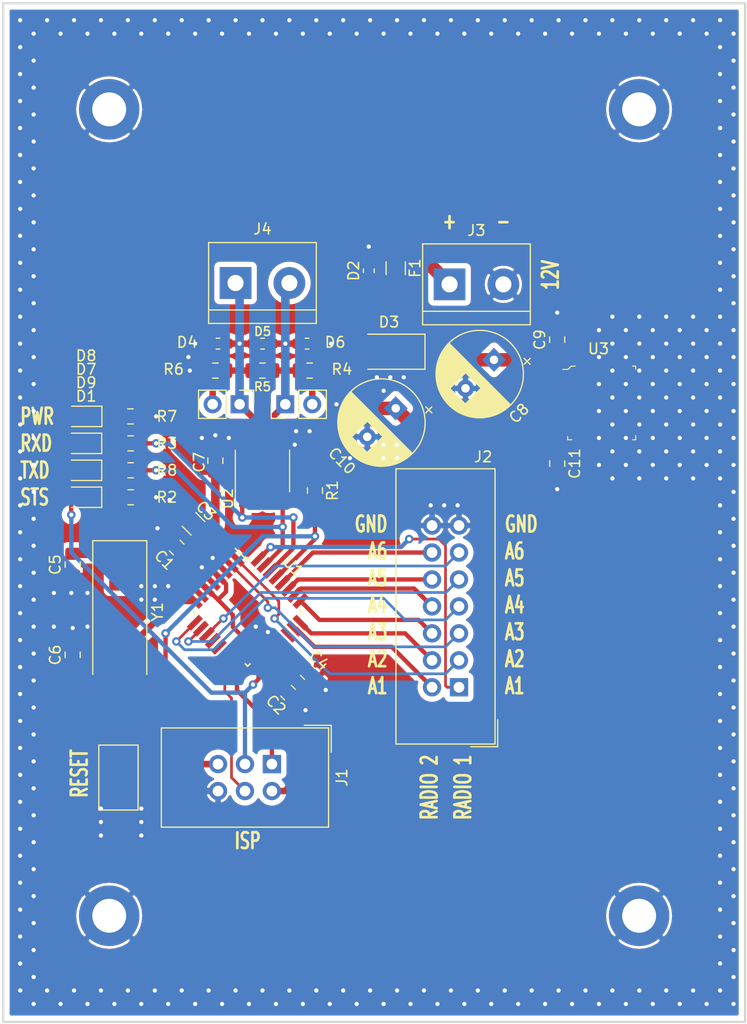
<source format=kicad_pcb>
(kicad_pcb (version 20211014) (generator pcbnew)
  (layers (0 "F.Cu" signal) (31 "B.Cu" signal) (34 "B.Paste" user) (35 "F.Paste" user) (36 "B.SilkS" user "B.Silkscreen") (37 "F.SilkS" user "F.Silkscreen") (38 "B.Mask" user) (39 "F.Mask" user) (44 "Edge.Cuts" user))
  (net 0 "")
  (net 1 "GND")
  (net 2 "+5V")
  (net 3 "Net-(C4-Pad2)")
  (net 4 "Net-(C5-Pad2)")
  (net 5 "Net-(C6-Pad2)")
  (net 6 "Net-(C8-Pad1)")
  (net 7 "Net-(D1-Pad1)")
  (net 8 "SCK")
  (net 9 "Net-(D2-Pad1)")
  (net 10 "RS485_B")
  (net 11 "RS485_A")
  (net 12 "Net-(D7-Pad1)")
  (net 13 "Net-(D8-Pad1)")
  (net 14 "Net-(D9-Pad1)")
  (net 15 "Net-(F1-Pad1)")
  (net 16 "MISO")
  (net 17 "MOSI")
  (net 18 "RESET")
  (net 19 "A1R1")
  (net 20 "A1R2")
  (net 21 "A2R1")
  (net 22 "A2R2")
  (net 23 "A3R1")
  (net 24 "A3R2")
  (net 25 "A4R1")
  (net 26 "A4R2")
  (net 27 "A5R1")
  (net 28 "A5R2")
  (net 29 "A6R1")
  (net 30 "A6R2")
  (net 31 "Net-(JP1-Pad2)")
  (net 32 "Net-(JP2-Pad2)")
  (net 33 "RXD")
  (net 34 "TXD")
  (net 35 "Net-(U1-Pad12)")
  (net 36 "Net-(U1-Pad13)")
  (net 37 "Net-(U1-Pad14)")
  (net 38 "Net-(U1-Pad19)")
  (net 39 "Net-(U1-Pad22)")
  (footprint "Capacitor_SMD:C_0805_2012Metric_Pad1.15x1.40mm_HandSolder" (layer "F.Cu") (at 116.369216 151.294216 135)
    (fp_text reference "C1")
    (fp_text value "100n")
  )
  (footprint "Capacitor_SMD:C_0805_2012Metric_Pad1.15x1.40mm_HandSolder" (layer "F.Cu") (at 126.873 164.973 -45)
    (fp_text reference "C2")
    (fp_text value "100n")
  )
  (footprint "Capacitor_SMD:C_1206_3216Metric_Pad1.42x1.75mm_HandSolder" (layer "F.Cu") (at 117.947179 149.062179 135)
    (fp_text reference "C3")
    (fp_text value "4.7u")
  )
  (footprint "Capacitor_SMD:C_0805_2012Metric_Pad1.15x1.40mm_HandSolder" (layer "F.Cu") (at 128.740784 163.030784 135)
    (fp_text reference "C4")
    (fp_text value "100n")
  )
  (footprint "Capacitor_SMD:C_0805_2012Metric_Pad1.15x1.40mm_HandSolder" (layer "F.Cu") (at 106.553 152.908 90)
    (fp_text reference "C5")
    (fp_text value "18p")
  )
  (footprint "Capacitor_SMD:C_0805_2012Metric_Pad1.15x1.40mm_HandSolder" (layer "F.Cu") (at 106.553 161.408 -90)
    (fp_text reference "C6")
    (fp_text value "18p")
  )
  (footprint "Capacitor_THT:CP_Radial_D8.0mm_P3.80mm" (layer "F.Cu") (at 146.304 133.604 -135)
    (fp_text reference "C8")
    (fp_text value "100u")
  )
  (footprint "Capacitor_SMD:C_0805_2012Metric_Pad1.15x1.40mm_HandSolder" (layer "F.Cu") (at 152.273 131.708 90)
    (fp_text reference "C9")
    (fp_text value "100n")
  )
  (footprint "Capacitor_THT:CP_Radial_D8.0mm_P3.80mm" (layer "F.Cu") (at 137.033 138.176 -135)
    (fp_text reference "C10")
    (fp_text value "100u")
  )
  (footprint "Capacitor_SMD:C_0805_2012Metric_Pad1.15x1.40mm_HandSolder" (layer "F.Cu") (at 152.273 143.383 -90)
    (fp_text reference "C11")
    (fp_text value "100n")
  )
  (footprint "LED_SMD:LED_0805_2012Metric_Pad1.15x1.40mm_HandSolder" (layer "F.Cu") (at 107.433 146.558 180)
    (fp_text reference "D1")
    (fp_text value "LED_Small")
  )
  (footprint "Resistor_SMD:R_0603_1608Metric_Pad1.05x0.95mm_HandSolder" (layer "F.Cu") (at 134.493 125.208 90)
    (fp_text reference "D2")
    (fp_text value "TESDU24V")
  )
  (footprint "Resistor_SMD:R_0603_1608Metric_Pad1.05x0.95mm_HandSolder" (layer "F.Cu") (at 120.255 132.08)
    (fp_text reference "D4")
    (fp_text value "TESDU24V")
  )
  (footprint "Resistor_SMD:R_0603_1608Metric_Pad1.05x0.95mm_HandSolder" (layer "F.Cu") (at 124.474 132.08)
    (fp_text reference "D5")
    (fp_text value "TESDU24V")
  )
  (footprint "Resistor_SMD:R_0603_1608Metric_Pad1.05x0.95mm_HandSolder" (layer "F.Cu") (at 128.665 132.08)
    (fp_text reference "D6")
    (fp_text value "TESDU24V")
  )
  (footprint "LED_SMD:LED_0805_2012Metric_Pad1.15x1.40mm_HandSolder" (layer "F.Cu") (at 107.433 141.478 180)
    (fp_text reference "D7")
    (fp_text value "LED_Small")
  )
  (footprint "LED_SMD:LED_0805_2012Metric_Pad1.15x1.40mm_HandSolder" (layer "F.Cu") (at 107.451 138.938 180)
    (fp_text reference "D8")
    (fp_text value "LED_Small")
  )
  (footprint "LED_SMD:LED_0805_2012Metric_Pad1.15x1.40mm_HandSolder" (layer "F.Cu") (at 107.433 144.018 180)
    (fp_text reference "D9")
    (fp_text value "LED_Small")
  )
  (footprint "Fuse:Fuse_1206_3216Metric_Pad1.42x1.75mm_HandSolder" (layer "F.Cu") (at 137.033 124.968 -90)
    (fp_text reference "F1")
    (fp_text value "0ZCJ0025AF2E")
  )
  (footprint "TerminalBlock:TerminalBlock_bornier-2_P5.08mm" (layer "F.Cu") (at 142.113 126.492)
    (fp_text reference "J3")
    (fp_text value "Conn_01x02")
  )
  (footprint "TerminalBlock:TerminalBlock_bornier-2_P5.08mm" (layer "F.Cu") (at 121.92 126.365)
    (fp_text reference "J4")
    (fp_text value "Conn_01x02")
  )
  (footprint "Connector_PinHeader_2.54mm:PinHeader_1x02_P2.54mm_Vertical" (layer "F.Cu") (at 126.619 137.795 90)
    (fp_text reference "JP1" hide)
    (fp_text value "Jumper_NC_Small")
  )
  (footprint "Resistor_SMD:R_0805_2012Metric_Pad1.15x1.40mm_HandSolder" (layer "F.Cu") (at 129.413 145.923 -90)
    (fp_text reference "R1")
    (fp_text value "1k")
  )
  (footprint "Resistor_SMD:R_0805_2012Metric_Pad1.15x1.40mm_HandSolder" (layer "F.Cu") (at 112.023 146.558)
    (fp_text reference "R2")
    (fp_text value "2.2k")
  )
  (footprint "Resistor_SMD:R_0805_2012Metric_Pad1.15x1.40mm_HandSolder" (layer "F.Cu") (at 112.023 141.478)
    (fp_text reference "R3")
    (fp_text value "2.2k")
  )
  (footprint "Resistor_SMD:R_0805_2012Metric_Pad1.15x1.40mm_HandSolder" (layer "F.Cu") (at 128.914 134.62 180)
    (fp_text reference "R4")
    (fp_text value "1k")
  )
  (footprint "Resistor_SMD:R_0805_2012Metric_Pad1.15x1.40mm_HandSolder" (layer "F.Cu") (at 124.451 134.62 180)
    (fp_text reference "R5")
    (fp_text value "120")
  )
  (footprint "Resistor_SMD:R_0805_2012Metric_Pad1.15x1.40mm_HandSolder" (layer "F.Cu") (at 120.015 134.62 180)
    (fp_text reference "R6")
    (fp_text value "1k")
  )
  (footprint "Resistor_SMD:R_0805_2012Metric_Pad1.15x1.40mm_HandSolder" (layer "F.Cu") (at 112.005 138.938)
    (fp_text reference "R7")
    (fp_text value "2.2k")
  )
  (footprint "Resistor_SMD:R_0805_2012Metric_Pad1.15x1.40mm_HandSolder" (layer "F.Cu") (at 112.023 144.018)
    (fp_text reference "R8")
    (fp_text value "2.2k")
  )
  (footprint "Package_QFP:TQFP-32_7x7mm_P0.8mm" (layer "F.Cu") (at 123.063 157.353 -45)
    (fp_text reference "U1")
    (fp_text value "ATmega328P-AU")
  )
  (footprint "Package_SO:SOIC-8_3.9x4.9mm_P1.27mm" (layer "F.Cu") (at 124.46 144.08 90)
    (fp_text reference "U2")
    (fp_text value "MAX13487")
  )
  (footprint "digikey-footprints:TO-252-3" (layer "F.Cu") (at 156.168 137.668)
    (fp_text reference "U3")
    (fp_text value "MC7805BDTRKG")
  )
  (footprint "MountingHole:MountingHole_3.2mm_M3_ISO7380_Pad" (layer "F.Cu") (at 110 110)
    (fp_text reference "REF**" hide)
    (fp_text value "MountingHole_3.2mm_M3_ISO7380_Pad" hide)
  )
  (footprint "MountingHole:MountingHole_3.2mm_M3_ISO7380_Pad" (layer "F.Cu") (at 110 186)
    (fp_text reference "REF**" hide)
    (fp_text value "MountingHole_3.2mm_M3_ISO7380_Pad" hide)
  )
  (footprint "Crystal:Crystal_SMD_HC49-SD" (layer "F.Cu") (at 110.998 157.353 -90)
    (fp_text reference "Y1")
    (fp_text value "16M")
  )
  (footprint "Capacitor_SMD:C_0805_2012Metric_Pad1.15x1.40mm_HandSolder" (layer "F.Cu") (at 120.015 143.12 -90)
    (fp_text reference "C7")
    (fp_text value "100n")
  )
  (footprint "Connector_PinHeader_2.54mm:PinHeader_1x02_P2.54mm_Vertical" (layer "F.Cu") (at 122.301 137.795 -90)
    (fp_text reference "JP2" hide)
    (fp_text value "Jumper_NC_Small")
  )
  (footprint "Button_Switch_SMD:SW_SPST_CK_RS282G05A3" (layer "F.Cu") (at 110.871 172.974 90)
    (fp_text reference "SW1" hide)
    (fp_text value "SW_Push")
  )
  (footprint "Connector_IDC:IDC-Header_2x07_P2.54mm_Vertical" (layer "F.Cu") (at 143.002 164.465 180)
    (fp_text reference "J2")
    (fp_text value "Conn_02x07_Odd_Even")
  )
  (footprint "Connector_IDC:IDC-Header_2x03_P2.54mm_Vertical" (layer "F.Cu") (at 125.349 171.704 -90)
    (fp_text reference "J1")
    (fp_text value "AVR-ISP-6")
  )
  (footprint "Diode_SMD:D_SMA" (layer "F.Cu") (at 136.398 132.842 180)
    (fp_text reference "D3")
    (fp_text value "ER1B")
  )
  (footprint "MountingHole:MountingHole_3.2mm_M3_ISO7380_Pad" (layer "F.Cu") (at 160 110)
    (fp_text reference "REF**" hide)
    (fp_text value "MountingHole_3.2mm_M3_ISO7380_Pad" hide)
  )
  (footprint "MountingHole:MountingHole_3.2mm_M3_ISO7380_Pad" (layer "F.Cu") (at 160 186)
    (fp_text reference "REF**" hide)
    (fp_text value "MountingHole_3.2mm_M3_ISO7380_Pad" hide)
  )
  (gr_line (start 100 100) (end 170 100) (layer "Edge.Cuts") (width 0.2))
  (gr_line (start 170 100) (end 170 196) (layer "Edge.Cuts") (width 0.2))
  (gr_line (start 100 100) (end 100 196) (layer "Edge.Cuts") (width 0.2))
  (gr_line (start 100 196) (end 170 196) (layer "Edge.Cuts") (width 0.2))
  (gr_text "GND" (at 136.398 149.098) (layer "F.SilkS") (effects (font (size 1.5 1) (thickness 0.25)) (justify right)))
  (gr_text "A5" (at 147.193 154.178) (layer "F.SilkS") (effects (font (size 1.5 1) (thickness 0.25)) (justify left)))
  (gr_text "A6" (at 147.193 151.638) (layer "F.SilkS") (effects (font (size 1.5 1) (thickness 0.25)) (justify left)))
  (gr_text "A4" (at 147.193 156.718) (layer "F.SilkS") (effects (font (size 1.5 1) (thickness 0.25)) (justify left)))
  (gr_text "A3" (at 147.193 159.258) (layer "F.SilkS") (effects (font (size 1.5 1) (thickness 0.25)) (justify left)))
  (gr_text "A1" (at 147.193 164.338) (layer "F.SilkS") (effects (font (size 1.5 1) (thickness 0.25)) (justify left)))
  (gr_text "GND" (at 147.193 149.098) (layer "F.SilkS") (effects (font (size 1.5 1) (thickness 0.25)) (justify left)))
  (gr_text "A2" (at 147.193 161.798) (layer "F.SilkS") (effects (font (size 1.5 1) (thickness 0.25)) (justify left)))
  (gr_text "RESET" (at 107.188 172.593 90) (layer "F.SilkS") (effects (font (size 1.5 1) (thickness 0.25))))
  (gr_text "-" (at 147.193 120.523) (layer "F.SilkS") (effects (font (size 1.5 1) (thickness 0.25))))
  (gr_text "12V" (at 151.638 125.603 90) (layer "F.SilkS") (effects (font (size 1.5 1) (thickness 0.25))))
  (gr_text "RXD" (at 101.473 141.478) (layer "F.SilkS") (effects (font (size 1.5 1) (thickness 0.25)) (justify left)))
  (gr_text "+" (at 142.113 120.523) (layer "F.SilkS") (effects (font (size 1.5 1) (thickness 0.25))))
  (gr_text "A1" (at 136.398 164.338) (layer "F.SilkS") (effects (font (size 1.5 1) (thickness 0.25)) (justify right)))
  (gr_text "A5" (at 136.398 154.178) (layer "F.SilkS") (effects (font (size 1.5 1) (thickness 0.25)) (justify right)))
  (gr_text "A3" (at 136.398 159.258) (layer "F.SilkS") (effects (font (size 1.5 1) (thickness 0.25)) (justify right)))
  (gr_text "ISP" (at 123.063 178.943) (layer "F.SilkS") (effects (font (size 1.5 1) (thickness 0.25))))
  (gr_text "TXD" (at 101.473 144.018) (layer "F.SilkS") (effects (font (size 1.5 1) (thickness 0.25)) (justify left)))
  (gr_text "STS" (at 101.473 146.558) (layer "F.SilkS") (effects (font (size 1.5 1) (thickness 0.25)) (justify left)))
  (gr_text "A6" (at 136.398 151.638) (layer "F.SilkS") (effects (font (size 1.5 1) (thickness 0.25)) (justify right)))
  (gr_text "A2" (at 136.398 161.798) (layer "F.SilkS") (effects (font (size 1.5 1) (thickness 0.25)) (justify right)))
  (gr_text "A4" (at 136.398 156.718) (layer "F.SilkS") (effects (font (size 1.5 1) (thickness 0.25)) (justify right)))
  (gr_text "RADIO 2" (at 140.208 170.688 90) (layer "F.SilkS") (effects (font (size 1.5 1) (thickness 0.25)) (justify right)))
  (gr_text "PWR" (at 101.473 138.938) (layer "F.SilkS") (effects (font (size 1.5 1) (thickness 0.25)) (justify left)))
  (gr_text "RADIO 1" (at 143.383 170.688 90) (layer "F.SilkS") (effects (font (size 1.5 1) (thickness 0.25)) (justify right)))
  (segment (start 112.1414 174.244) (end 110.871 175.5144) (width 0.6096) (layer "F.Cu") (net 1))
  (segment (start 116.895358 148.010358) (end 115.697 146.812) (width 0.6096) (layer "F.Cu") (net 1))
  (segment (start 129.465568 163.755568) (end 130.429 164.719) (width 0.6096) (layer "F.Cu") (net 1))
  (segment (start 127.597784 165.697784) (end 128.524 166.624) (width 0.6096) (layer "F.Cu") (net 1))
  (segment (start 129.54 132.08) (end 130.937 132.08) (width 0.6096) (layer "F.Cu") (net 1))
  (segment (start 120.015 142.095) (end 120.015 140.716) (width 0.6096) (layer "F.Cu") (net 1))
  (segment (start 120.906324 153.418324) (end 119.761 152.273) (width 0.4064) (layer "F.Cu") (net 1))
  (segment (start 106.553 160.383) (end 106.553 158.877) (width 0.8128) (layer "F.Cu") (net 1))
  (segment (start 115.644432 150.569432) (end 114.554 149.479) (width 0.6096) (layer "F.Cu") (net 1))
  (segment (start 128.524 166.624) (end 128.523996 166.624) (width 0.6096) (layer "F.Cu") (net 1))
  (segment (start 120.269 174.244) (end 112.1414 174.244) (width 0.6096) (layer "F.Cu") (net 1))
  (segment (start 106.553 153.933) (end 106.553 155.448) (width 0.8128) (layer "F.Cu") (net 1))
  (segment (start 113.03 138.938) (end 114.427 138.938) (width 0.6096) (layer "F.Cu") (net 1))
  (segment (start 134.493 124.333) (end 134.493 122.936) (width 0.6096) (layer "F.Cu") (net 1))
  (segment (start 126.365 141.605) (end 127.508 141.605) (width 0.6096) (layer "F.Cu") (net 1))
  (segment (start 110.871 175.5144) (end 110.871 176.874) (width 0.6096) (layer "F.Cu") (net 1))
  (segment (start 126.351047 160.075361) (end 125.533685 159.258) (width 0.4064) (layer "F.Cu") (net 1))
  (segment (start 152.273 144.408) (end 152.273 145.796) (width 0.8128) (layer "F.Cu") (net 1))
  (segment (start 106.553 155.448) (end 106.427282 155.573718) (width 0.8128) (layer "F.Cu") (net 1))
  (segment (start 120.906324 153.499268) (end 120.906324 153.418324) (width 0.4064) (layer "F.Cu") (net 1))
  (segment (start 125.533685 159.258) (end 124.968 159.258) (width 0.4064) (layer "F.Cu") (net 1))
  (segment (start 119.774953 154.630639) (end 119.832639 154.630639) (width 0.4064) (layer "F.Cu") (net 1))
  (segment (start 118.99 134.62) (end 117.602004 134.62) (width 0.4064) (layer "F.Cu") (net 1))
  (segment (start 152.273 130.683) (end 152.273 129.159) (width 0.8128) (layer "F.Cu") (net 1))
  (segment (start 113.048 146.558) (end 114.427 146.558) (width 0.6096) (layer "F.Cu") (net 1))
  (segment (start 119.774953 154.630639) (end 118.745 153.600686) (width 0.4064) (layer "F.Cu") (net 1))
  (segment (start 119.38 132.08) (end 118.11001 132.08) (width 0.4064) (layer "F.Cu") (net 1))
  (segment (start 118.745 153.600686) (end 118.745 153.162) (width 0.4064) (layer "F.Cu") (net 1))
  (via (at 168.91 113.03) (size 0.8) (drill 0.4) (layers "F.Cu" "B.Cu") (net 1))
  (via (at 133.35 102.87) (size 0.8) (drill 0.4) (layers "F.Cu" "B.Cu") (net 1))
  (via (at 115.57 194.31) (size 0.8) (drill 0.4) (layers "F.Cu" "B.Cu") (net 1))
  (via (at 165.1 129.54) (size 0.8) (drill 0.4) (layers "F.Cu" "B.Cu") (net 1))
  (via (at 102.87 184.15) (size 0.8) (drill 0.4) (layers "F.Cu" "B.Cu") (net 1))
  (via (at 123.19 194.31) (size 0.8) (drill 0.4) (layers "F.Cu" "B.Cu") (net 1))
  (via (at 128.905 140.335) (size 0.8) (drill 0.4) (layers "F.Cu" "B.Cu") (net 1))
  (via (at 139.7 101.6) (size 0.8) (drill 0.4) (layers "F.Cu" "B.Cu") (net 1))
  (via (at 165.1 142.24) (size 0.8) (drill 0.4) (layers "F.Cu" "B.Cu") (net 1))
  (via (at 168.91 110.49) (size 0.8) (drill 0.4) (layers "F.Cu" "B.Cu") (net 1))
  (via (at 157.48 137.16) (size 0.8) (drill 0.4) (layers "F.Cu" "B.Cu") (net 1))
  (via (at 141.605 147.32) (size 0.8) (drill 0.4) (layers "F.Cu" "B.Cu") (net 1))
  (via (at 101.6 124.46) (size 0.8) (drill 0.4) (layers "F.Cu" "B.Cu") (net 1))
  (via (at 168.91 153.67) (size 0.8) (drill 0.4) (layers "F.Cu" "B.Cu") (net 1))
  (via (at 167.64 109.22) (size 0.8) (drill 0.4) (layers "F.Cu" "B.Cu") (net 1))
  (via (at 161.29 143.51) (size 0.8) (drill 0.4) (layers "F.Cu" "B.Cu") (net 1))
  (via (at 157.48 101.6) (size 0.8) (drill 0.4) (layers "F.Cu" "B.Cu") (net 1))
  (via (at 167.64 162.56) (size 0.8) (drill 0.4) (layers "F.Cu" "B.Cu") (net 1))
  (via (at 152.4 101.6) (size 0.8) (drill 0.4) (layers "F.Cu" "B.Cu") (net 1))
  (via (at 168.91 186.69) (size 0.8) (drill 0.4) (layers "F.Cu" "B.Cu") (net 1))
  (via (at 144.78 193.04) (size 0.8) (drill 0.4) (layers "F.Cu" "B.Cu") (net 1))
  (via (at 158.75 102.87) (size 0.8) (drill 0.4) (layers "F.Cu" "B.Cu") (net 1))
  (via (at 109.22 178.435) (size 0.8) (drill 0.4) (layers "F.Cu" "B.Cu") (net 1))
  (via (at 146.05 194.31) (size 0.8) (drill 0.4) (layers "F.Cu" "B.Cu") (net 1))
  (via (at 115.57 154.94) (size 0.8) (drill 0.4) (layers "F.Cu" "B.Cu") (net 1))
  (via (at 118.11 194.31) (size 0.8) (drill 0.4) (layers "F.Cu" "B.Cu") (net 1))
  (via (at 102.87 146.05) (size 0.8) (drill 0.4) (layers "F.Cu" "B.Cu") (net 1))
  (via (at 167.64 132.08) (size 0.8) (drill 0.4) (layers "F.Cu" "B.Cu") (net 1))
  (via (at 166.37 143.51) (size 0.8) (drill 0.4) (layers "F.Cu" "B.Cu") (net 1))
  (via (at 157.48 132.08) (size 0.8) (drill 0.4) (layers "F.Cu" "B.Cu") (net 1))
  (via (at 102.87 168.91) (size 0.8) (drill 0.4) (layers "F.Cu" "B.Cu") (net 1))
  (via (at 162.56 144.78) (size 0.8) (drill 0.4) (layers "F.Cu" "B.Cu") (net 1))
  (via (at 167.64 104.14) (size 0.8) (drill 0.4) (layers "F.Cu" "B.Cu") (net 1))
  (via (at 156.21 102.87) (size 0.8) (drill 0.4) (layers "F.Cu" "B.Cu") (net 1))
  (via (at 102.87 107.95) (size 0.8) (drill 0.4) (layers "F.Cu" "B.Cu") (net 1))
  (via (at 168.91 118.11) (size 0.8) (drill 0.4) (layers "F.Cu" "B.Cu") (net 1))
  (via (at 119.38 193.04) (size 0.8) (drill 0.4) (layers "F.Cu" "B.Cu") (net 1))
  (via (at 163.83 143.51) (size 0.8) (drill 0.4) (layers "F.Cu" "B.Cu") (net 1))
  (via (at 168.91 171.45) (size 0.8) (drill 0.4) (layers "F.Cu" "B.Cu") (net 1))
  (via (at 157.48 129.54) (size 0.8) (drill 0.4) (layers "F.Cu" "B.Cu") (net 1))
  (via (at 113.03 102.87) (size 0.8) (drill 0.4) (layers "F.Cu" "B.Cu") (net 1))
  (via (at 167.64 114.3) (size 0.8) (drill 0.4) (layers "F.Cu" "B.Cu") (net 1))
  (via (at 101.6 139.7) (size 0.8) (drill 0.4) (layers "F.Cu" "B.Cu") (net 1))
  (via (at 140.335 147.32) (size 0.8) (drill 0.4) (layers "F.Cu" "B.Cu") (net 1))
  (via (at 137.16 142.875) (size 0.8) (drill 0.4) (layers "F.Cu" "B.Cu") (net 1))
  (via (at 102.87 158.75) (size 0.8) (drill 0.4) (layers "F.Cu" "B.Cu") (net 1))
  (via (at 102.87 128.27) (size 0.8) (drill 0.4) (layers "F.Cu" "B.Cu") (net 1))
  (via (at 142.24 193.04) (size 0.8) (drill 0.4) (layers "F.Cu" "B.Cu") (net 1))
  (via (at 109.22 177.165) (size 0.8) (drill 0.4) (layers "F.Cu" "B.Cu") (net 1))
  (via (at 167.64 127) (size 0.8) (drill 0.4) (layers "F.Cu" "B.Cu") (net 1))
  (via (at 168.91 166.37) (size 0.8) (drill 0.4) (layers "F.Cu" "B.Cu") (net 1))
  (via (at 101.6 106.68) (size 0.8) (drill 0.4) (layers "F.Cu" "B.Cu") (net 1))
  (via (at 107.95 155.575) (size 0.8) (drill 0.4) (layers "F.Cu" "B.Cu") (net 1))
  (via (at 160.02 193.04) (size 0.8) (drill 0.4) (layers "F.Cu" "B.Cu") (net 1))
  (via (at 106.427282 155.573718) (size 0.8) (drill 0.4) (layers "F.Cu" "B.Cu") (net 1))
  (via (at 110.49 102.87) (size 0.8) (drill 0.4) (layers "F.Cu" "B.Cu") (net 1))
  (via (at 168.91 123.19) (size 0.8) (drill 0.4) (layers "F.Cu" "B.Cu") (net 1))
  (via (at 158.75 130.81) (size 0.8) (drill 0.4) (layers "F.Cu" "B.Cu") (net 1))
  (via (at 168.91 173.99) (size 0.8) (drill 0.4) (layers "F.Cu" "B.Cu") (net 1))
  (via (at 154.94 101.6) (size 0.8) (drill 0.4) (layers "F.Cu" "B.Cu") (net 1))
  (via (at 101.6 154.94) (size 0.8) (drill 0.4) (layers "F.Cu" "B.Cu") (net 1))
  (via (at 163.83 194.31) (size 0.8) (drill 0.4) (layers "F.Cu" "B.Cu") (net 1))
  (via (at 148.59 102.87) (size 0.8) (drill 0.4) (layers "F.Cu" "B.Cu") (net 1))
  (via (at 133.35 194.31) (size 0.8) (drill 0.4) (layers "F.Cu" "B.Cu") (net 1))
  (via (at 102.87 140.97) (size 0.8) (drill 0.4) (layers "F.Cu" "B.Cu") (net 1))
  (via (at 168.91 156.21) (size 0.8) (drill 0.4) (layers "F.Cu" "B.Cu") (net 1))
  (via (at 152.4 193.04) (size 0.8) (drill 0.4) (layers "F.Cu" "B.Cu") (net 1))
  (via (at 138.43 102.87) (size 0.8) (drill 0.4) (layers "F.Cu" "B.Cu") (net 1))
  (via (at 147.32 193.04) (size 0.8) (drill 0.4) (layers "F.Cu" "B.Cu") (net 1))
  (via (at 131.445 137.795) (size 0.8) (drill 0.4) (layers "F.Cu" "B.Cu") (net 1))
  (via (at 165.1 139.7) (size 0.8) (drill 0.4) (layers "F.Cu" "B.Cu") (net 1))
  (via (at 102.87 163.83) (size 0.8) (drill 0.4) (layers "F.Cu" "B.Cu") (net 1))
  (via (at 106.68 101.6) (size 0.8) (drill 0.4) (layers "F.Cu" "B.Cu") (net 1))
  (via (at 168.91 194.31) (size 0.8) (drill 0.4) (layers "F.Cu" "B.Cu") (net 1))
  (via (at 101.6 109.22) (size 0.8) (drill 0.4) (layers "F.Cu" "B.Cu") (net 1))
  (via (at 120.65 102.87) (size 0.8) (drill 0.4) (layers "F.Cu" "B.Cu") (net 1))
  (via (at 101.6 180.34) (size 0.8) (drill 0.4) (layers "F.Cu" "B.Cu") (net 1))
  (via (at 157.48 193.04) (size 0.8) (drill 0.4) (layers "F.Cu" "B.Cu") (net 1))
  (via (at 124.968 159.258) (size 0.8) (drill 0.4) (layers "F.Cu" "B.Cu") (net 1))
  (via (at 167.64 157.48) (size 0.8) (drill 0.4) (layers "F.Cu" "B.Cu") (net 1))
  (via (at 156.21 135.89) (size 0.8) (drill 0.4) (layers "F.Cu" "B.Cu") (net 1))
  (via (at 102.87 166.37) (size 0.8) (drill 0.4) (layers "F.Cu" "B.Cu") (net 1))
  (via (at 105.41 102.87) (size 0.8) (drill 0.4) (layers "F.Cu" "B.Cu") (net 1))
  (via (at 160.02 142.24) (size 0.8) (drill 0.4) (layers "F.Cu" "B.Cu") (net 1))
  (via (at 117.475 133.35) (size 0.8) (drill 0.4) (layers "F.Cu" "B.Cu") (net 1))
  (via (at 102.87 115.57) (size 0.8) (drill 0.4) (layers "F.Cu" "B.Cu") (net 1))
  (via (at 156.21 143.51) (size 0.8) (drill 0.4) (layers "F.Cu" "B.Cu") (net 1))
  (via (at 114.3 156.21) (size 0.8) (drill 0.4) (layers "F.Cu" "B.Cu") (net 1))
  (via (at 117.602004 134.62) (size 0.8) (drill 0.4) (layers "F.Cu" "B.Cu") (net 1))
  (via (at 139.7 193.04) (size 0.8) (drill 0.4) (layers "F.Cu" "B.Cu") (net 1))
  (via (at 104.775 155.575) (size 0.8) (drill 0.4) (layers "F.Cu" "B.Cu") (net 1))
  (via (at 127 101.6) (size 0.8) (drill 0.4) (layers "F.Cu" "B.Cu") (net 1))
  (via (at 101.6 177.8) (size 0.8) (drill 0.4) (layers "F.Cu" "B.Cu") (net 1))
  (via (at 160.02 137.16) (size 0.8) (drill 0.4) (layers "F.Cu" "B.Cu") (net 1))
  (via (at 168.91 140.97) (size 0.8) (drill 0.4) (layers "F.Cu" "B.Cu") (net 1))
  (via (at 158.75 135.89) (size 0.8) (drill 0.4) (layers "F.Cu" "B.Cu") (net 1))
  (via (at 102.87 113.03) (size 0.8) (drill 0.4) (layers "F.Cu" "B.Cu") (net 1))
  (via (at 102.87 143.51) (size 0.8) (drill 0.4) (layers "F.Cu" "B.Cu") (net 1))
  (via (at 137.16 101.6) (size 0.8) (drill 0.4) (layers "F.Cu" "B.Cu") (net 1))
  (via (at 158.75 133.35) (size 0.8) (drill 0.4) (layers "F.Cu" "B.Cu") (net 1))
  (via (at 162.56 134.62) (size 0.8) (drill 0.4) (layers "F.Cu" "B.Cu") (net 1))
  (via (at 102.87 110.49) (size 0.8) (drill 0.4) (layers "F.Cu" "B.Cu") (net 1))
  (via (at 101.6 142.24) (size 0.8) (drill 0.4) (layers "F.Cu" "B.Cu") (net 1))
  (via (at 167.64 160.02) (size 0.8) (drill 0.4) (layers "F.Cu" "B.Cu") (net 1))
  (via (at 156.21 133.35) (size 0.8) (drill 0.4) (layers "F.Cu" "B.Cu") (net 1))
  (via (at 113.03 156.21) (size 0.8) (drill 0.4) (layers "F.Cu" "B.Cu") (net 1))
  (via (at 167.64 177.8) (size 0.8) (drill 0.4) (layers "F.Cu" "B.Cu") (net 1))
  (via (at 128.27 194.31) (size 0.8) (drill 0.4) (layers "F.Cu" "B.Cu") (net 1))
  (via (at 166.37 135.89) (size 0.8) (drill 0.4) (layers "F.Cu" "B.Cu") (net 1))
  (via (at 156.21 140.97) (size 0.8) (drill 0.4) (layers "F.Cu" "B.Cu") (net 1))
  (via (at 102.87 189.23) (size 0.8) (drill 0.4) (layers "F.Cu" "B.Cu") (net 1))
  (via (at 168.91 133.35) (size 0.8) (drill 0.4) (layers "F.Cu" "B.Cu") (net 1))
  (via (at 101.6 129.54) (size 0.8) (drill 0.4) (layers "F.Cu" "B.Cu") (net 1))
  (via (at 102.87 102.87) (size 0.8) (drill 0.4) (layers "F.Cu" "B.Cu") (net 1))
  (via (at 129.54 193.04) (size 0.8) (drill 0.4) (layers "F.Cu" "B.Cu") (net 1))
  (via (at 156.21 138.43) (size 0.8) (drill 0.4) (layers "F.Cu" "B.Cu") (net 1))
  (via (at 168.91 130.81) (size 0.8) (drill 0.4) (layers "F.Cu" "B.Cu") (net 1))
  (via (at 124.46 193.04) (size 0.8) (drill 0.4) (layers "F.Cu" "B.Cu") (net 1))
  (via (at 123.19 102.87) (size 0.8) (drill 0.4) (layers "F.Cu" "B.Cu") (net 1))
  (via (at 163.83 102.87) (size 0.8) (drill 0.4) (layers "F.Cu" "B.Cu") (net 1))
  (via (at 167.64 187.96) (size 0.8) (drill 0.4) (layers "F.Cu" "B.Cu") (net 1))
  (via (at 168.91 146.05) (size 0.8) (drill 0.4) (layers "F.Cu" "B.Cu") (net 1))
  (via (at 161.29 140.97) (size 0.8) (drill 0.4) (layers "F.Cu" "B.Cu") (net 1))
  (via (at 158.75 194.31) (size 0.8) (drill 0.4) (layers "F.Cu" "B.Cu") (net 1))
  (via (at 101.6 160.02) (size 0.8) (drill 0.4) (layers "F.Cu" "B.Cu") (net 1))
  (via (at 167.64 106.68) (size 0.8) (drill 0.4) (layers "F.Cu" "B.Cu") (net 1))
  (via (at 110.49 194.31) (size 0.8) (drill 0.4) (layers "F.Cu" "B.Cu") (net 1))
  (via (at 134.493 122.936) (size 0.8) (drill 0.4) (layers "F.Cu" "B.Cu") (net 1))
  (via (at 167.64 119.38) (size 0.8) (drill 0.4) (layers "F.Cu" "B.Cu") (net 1))
  (via (at 142.24 101.6) (size 0.8) (drill 0.4) (layers "F.Cu" "B.Cu") (net 1))
  (via (at 121.92 193.04) (size 0.8) (drill 0.4) (layers "F.Cu" "B.Cu") (net 1))
  (via (at 116.84 101.6) (size 0.8) (drill 0.4) (layers "F.Cu" "B.Cu") (net 1))
  (via (at 165.1 101.6) (size 0.8) (drill 0.4) (layers "F.Cu" "B.Cu") (net 1))
  (via (at 149.86 101.6) (size 0.8) (drill 0.4) (layers "F.Cu" "B.Cu") (net 1))
  (via (at 156.21 194.31) (size 0.8) (drill 0.4) (layers "F.Cu" "B.Cu") (net 1))
  (via (at 152.273 145.796) (size 0.8) (drill 0.4) (layers "F.Cu" "B.Cu") (net 1))
  (via (at 135.89 136.525) (size 0.8) (drill 0.4) (layers "F.Cu" "B.Cu") (net 1))
  (via (at 163.83 133.35) (size 0.8) (drill 0.4) (layers "F.Cu" "B.Cu") (net 1))
  (via (at 162.56 129.54) (size 0.8) (drill 0.4) (layers "F.Cu" "B.Cu") (net 1))
  (via (at 167.64 147.32) (size 0.8) (drill 0.4) (layers "F.Cu" "B.Cu") (net 1))
  (via (at 121.285 140.97) (size 0.8) (drill 0.4) (layers "F.Cu" "B.Cu") (net 1))
  (via (at 161.29 138.43) (size 0.8) (drill 0.4) (layers "F.Cu" "B.Cu") (net 1))
  (via (at 166.37 130.81) (size 0.8) (drill 0.4) (layers "F.Cu" "B.Cu") (net 1))
  (via (at 102.87 173.99) (size 0.8) (drill 0.4) (layers "F.Cu" "B.Cu") (net 1))
  (via (at 109.22 193.04) (size 0.8) (drill 0.4) (layers "F.Cu" "B.Cu") (net 1))
  (via (at 123.825 158.75) (size 0.8) (drill 0.4) (layers "F.Cu" "B.Cu") (net 1))
  (via (at 160.02 144.78) (size 0.8) (drill 0.4) (layers "F.Cu" "B.Cu") (net 1))
  (via (at 165.1 134.62) (size 0.8) (drill 0.4) (layers "F.Cu" "B.Cu") (net 1))
  (via (at 168.91 176.53) (size 0.8) (drill 0.4) (layers "F.Cu" "B.Cu") (net 1))
  (via (at 135.89 194.31) (size 0.8) (drill 0.4) (layers "F.Cu" "B.Cu") (net 1))
  (via (at 101.6 111.76) (size 0.8) (drill 0.4) (layers "F.Cu" "B.Cu") (net 1))
  (via (at 165.1 137.16) (size 0.8) (drill 0.4) (layers "F.Cu" "B.Cu") (net 1))
  (via (at 163.83 130.81) (size 0.8) (drill 0.4) (layers "F.Cu" "B.Cu") (net 1))
  (via (at 137.795 135.255) (size 0.8) (drill 0.4) (layers "F.Cu" "B.Cu") (net 1))
  (via (at 135.255 135.255) (size 0.8) (drill 0.4) (layers "F.Cu" "B.Cu") (net 1))
  (via (at 168.91 148.59) (size 0.8) (drill 0.4) (layers "F.Cu" "B.Cu") (net 1))
  (via (at 114.3 101.6) (size 0.8) (drill 0.4) (layers "F.Cu" "B.Cu") (net 1))
  (via (at 158.75 140.97) (size 0.8) (drill 0.4) (layers "F.Cu" "B.Cu") (net 1))
  (via (at 106.553 158.877) (size 0.8) (drill 0.4) (layers "F.Cu" "B.Cu") (net 1))
  (via (at 115.697 146.812) (size 0.8) (drill 0.4) (layers "F.Cu" "B.Cu") (net 1))
  (via (at 124.46 101.6) (size 0.8) (drill 0.4) (layers "F.Cu" "B.Cu") (net 1))
  (via (at 167.64 124.46) (size 0.8) (drill 0.4) (layers "F.Cu" "B.Cu") (net 1))
  (via (at 136.525 135.255) (size 0.8) (drill 0.4) (layers "F.Cu" "B.Cu") (net 1))
  (via (at 168.91 191.77) (size 0.8) (drill 0.4) (layers "F.Cu" "B.Cu") (net 1))
  (via (at 101.6 190.5) (size 0.8) (drill 0.4) (layers "F.Cu" "B.Cu") (net 1))
  (via (at 165.1 144.78) (size 0.8) (drill 0.4) (layers "F.Cu" "B.Cu") (net 1))
  (via (at 167.64 167.64) (size 0.8) (drill 0.4) (layers "F.Cu" "B.Cu") (net 1))
  (via (at 113.03 178.435) (size 0.8) (drill 0.4) (layers "F.Cu" "B.Cu") (net 1))
  (via (at 134.62 193.04) (size 0.8) (drill 0.4) (layers "F.Cu" "B.Cu") (net 1))
  (via (at 119.38 101.6) (size 0.8) (drill 0.4) (layers "F.Cu" "B.Cu") (net 1))
  (via (at 102.87 151.13) (size 0.8) (drill 0.4) (layers "F.Cu" "B.Cu") (net 1))
  (via (at 102.87 179.07) (size 0.8) (drill 0.4) (layers "F.Cu" "B.Cu") (net 1))
  (via (at 102.87 194.31) (size 0.8) (drill 0.4) (layers "F.Cu" "B.Cu") (net 1))
  (via (at 143.51 194.31) (size 0.8) (drill 0.4) (layers "F.Cu" "B.Cu") (net 1))
  (via (at 101.6 114.3) (size 0.8) (drill 0.4) (layers "F.Cu" "B.Cu") (net 1))
  (via (at 142.875 147.32) (size 0.8) (drill 0.4) (layers "F.Cu" "B.Cu") (net 1))
  (via (at 118.11001 132.08) (size 0.8) (drill 0.4) (layers "F.Cu" "B.Cu") (net 1))
  (via (at 102.87 130.81) (size 0.8) (drill 0.4) (layers "F.Cu" "B.Cu") (net 1))
  (via (at 101.6 147.32) (size 0.8) (drill 0.4) (layers "F.Cu" "B.Cu") (net 1))
  (via (at 132.08 101.6) (size 0.8) (drill 0.4) (layers "F.Cu" "B.Cu") (net 1))
  (via (at 101.6 193.04) (size 0.8) (drill 0.4) (layers "F.Cu" "B.Cu") (net 1))
  (via (at 167.64 165.1) (size 0.8) (drill 0.4) (layers "F.Cu" "B.Cu") (net 1))
  (via (at 101.6 144.78) (size 0.8) (drill 0.4) (layers "F.Cu" "B.Cu") (net 1))
  (via (at 168.91 161.29) (size 0.8) (drill 0.4) (layers "F.Cu" "B.Cu") (net 1))
  (via (at 129.54 101.6) (size 0.8) (drill 0.4) (layers "F.Cu" "B.Cu") (net 1))
  (via (at 113.03 154.94) (size 0.8) (drill 0.4) (layers "F.Cu" "B.Cu") (net 1))
  (via (at 125.73 102.87) (size 0.8) (drill 0.4) (layers "F.Cu" "B.Cu") (net 1))
  (via (at 101.6 175.26) (size 0.8) (drill 0.4) (layers "F.Cu" "B.Cu") (net 1))
  (via (at 168.91 102.87) (size 0.8) (drill 0.4) (layers "F.Cu" "B.Cu") (net 1))
  (via (at 153.67 194.31) (size 0.8) (drill 0.4) (layers "F.Cu" "B.Cu") (net 1))
  (via (at 101.6 162.56) (size 0.8) (drill 0.4) (layers "F.Cu" "B.Cu") (net 1))
  (via (at 168.91 158.75) (size 0.8) (drill 0.4) (layers "F.Cu" "B.Cu") (net 1))
  (via (at 162.56 193.04) (size 0.8) (drill 0.4) (layers "F.Cu" "B.Cu") (net 1))
  (via (at 118.11 102.87) (size 0.8) (drill 0.4) (layers "F.Cu" "B.Cu") (net 1))
  (via (at 151.13 102.87) (size 0.8) (drill 0.4) (layers "F.Cu" "B.Cu") (net 1))
  (via (at 168.91 135.89) (size 0.8) (drill 0.4) (layers "F.Cu" "B.Cu") (net 1))
  (via (at 128.523996 166.624) (size 0.8) (drill 0.4) (layers "F.Cu" "B.Cu") (net 1))
  (via (at 107.95 102.87) (size 0.8) (drill 0.4) (layers "F.Cu" "B.Cu") (net 1))
  (via (at 161.29 130.81) (size 0.8) (drill 0.4) (layers "F.Cu" "B.Cu") (net 1))
  (via (at 130.81 194.31) (size 0.8) (drill 0.4) (layers "F.Cu" "B.Cu") (net 1))
  (via (at 101.6 157.48) (size 0.8) (drill 0.4) (layers "F.Cu" "B.Cu") (net 1))
  (via (at 111.76 193.04) (size 0.8) (drill 0.4) (layers "F.Cu" "B.Cu") (net 1))
  (via (at 107.95 158.75) (size 0.8) (drill 0.4) (layers "F.Cu" "B.Cu") (net 1))
  (via (at 148.59 194.31) (size 0.8) (drill 0.4) (layers "F.Cu" "B.Cu") (net 1))
  (via (at 111.76 101.6) (size 0.8) (drill 0.4) (layers "F.Cu" "B.Cu") (net 1))
  (via (at 158.75 138.43) (size 0.8) (drill 0.4) (layers "F.Cu" "B.Cu") (net 1))
  (via (at 168.91 107.95) (size 0.8) (drill 0.4) (layers "F.Cu" "B.Cu") (net 1))
  (via (at 102.87 191.77) (size 0.8) (drill 0.4) (layers "F.Cu" "B.Cu") (net 1))
  (via (at 156.21 130.81) (size 0.8) (drill 0.4) (layers "F.Cu" "B.Cu") (net 1))
  (via (at 168.91 189.23) (size 0.8) (drill 0.4) (layers "F.Cu" "B.Cu") (net 1))
  (via (at 161.29 133.35) (size 0.8) (drill 0.4) (layers "F.Cu" "B.Cu") (net 1))
  (via (at 114.554 149.479) (size 0.8) (drill 0.4) (layers "F.Cu" "B.Cu") (net 1))
  (via (at 143.51 102.87) (size 0.8) (drill 0.4) (layers "F.Cu" "B.Cu") (net 1))
  (via (at 161.29 135.89) (size 0.8) (drill 0.4) (layers "F.Cu" "B.Cu") (net 1))
  (via (at 152.273 129.159) (size 0.8) (drill 0.4) (layers "F.Cu" "B.Cu") (net 1))
  (via (at 167.64 137.16) (size 0.8) (drill 0.4) (layers "F.Cu" "B.Cu") (net 1))
  (via (at 167.64 142.24) (size 0.8) (drill 0.4) (layers "F.Cu" "B.Cu") (net 1))
  (via (at 163.83 138.43) (size 0.8) (drill 0.4) (layers "F.Cu" "B.Cu") (net 1))
  (via (at 138.43 194.31) (size 0.8) (drill 0.4) (layers "F.Cu" "B.Cu") (net 1))
  (via (at 157.48 142.24) (size 0.8) (drill 0.4) (layers "F.Cu" "B.Cu") (net 1))
  (via (at 160.02 132.08) (size 0.8) (drill 0.4) (layers "F.Cu" "B.Cu") (net 1))
  (via (at 101.6 127) (size 0.8) (drill 0.4) (layers "F.Cu" "B.Cu") (net 1))
  (via (at 168.91 120.65) (size 0.8) (drill 0.4) (layers "F.Cu" "B.Cu") (net 1))
  (via (at 137.16 193.04) (size 0.8) (drill 0.4) (layers "F.Cu" "B.Cu") (net 1))
  (via (at 149.86 193.04) (size 0.8) (drill 0.4) (layers "F.Cu" "B.Cu") (net 1))
  (via (at 104.14 193.04) (size 0.8) (drill 0.4) (layers "F.Cu" "B.Cu") (net 1))
  (via (at 101.6 104.14) (size 0.8) (drill 0.4) (layers "F.Cu" "B.Cu") (net 1))
  (via (at 167.64 154.94) (size 0.8) (drill 0.4) (layers "F.Cu" "B.Cu") (net 1))
  (via (at 102.87 138.43) (size 0.8) (drill 0.4) (layers "F.Cu" "B.Cu") (net 1))
  (via (at 167.64 152.4) (size 0.8) (drill 0.4) (layers "F.Cu" "B.Cu") (net 1))
  (via (at 101.6 167.64) (size 0.8) (drill 0.4) (layers "F.Cu" "B.Cu") (net 1))
  (via (at 161.29 194.31) (size 0.8) (drill 0.4) (layers "F.Cu" "B.Cu") (net 1))
  (via (at 162.56 142.24) (size 0.8) (drill 0.4) (layers "F.Cu" "B.Cu") (net 1))
  (via (at 101.6 170.18) (size 0.8) (drill 0.4) (layers "F.Cu" "B.Cu") (net 1))
  (via (at 102.87 171.45) (size 0.8) (drill 0.4) (layers "F.Cu" "B.Cu") (net 1))
  (via (at 167.64 134.62) (size 0.8) (drill 0.4) (layers "F.Cu" "B.Cu") (net 1))
  (via (at 104.775 158.75) (size 0.8) (drill 0.4) (layers "F.Cu" "B.Cu") (net 1))
  (via (at 127 193.04) (size 0.8) (drill 0.4) (layers "F.Cu" "B.Cu") (net 1))
  (via (at 102.87 133.35) (size 0.8) (drill 0.4) (layers "F.Cu" "B.Cu") (net 1))
  (via (at 130.81 102.87) (size 0.8) (drill 0.4) (layers "F.Cu" "B.Cu") (net 1))
  (via (at 101.6 132.08) (size 0.8) (drill 0.4) (layers "F.Cu" "B.Cu") (net 1))
  (via (at 102.87 181.61) (size 0.8) (drill 0.4) (layers "F.Cu" "B.Cu") (net 1))
  (via (at 165.1 132.08) (size 0.8) (drill 0.4) (layers "F.Cu" "B.Cu") (net 1))
  (via (at 101.6 152.4) (size 0.8) (drill 0.4) (layers "F.Cu" "B.Cu") (net 1))
  (via (at 102.87 176.53) (size 0.8) (drill 0.4) (layers "F.Cu" "B.Cu") (net 1))
  (via (at 113.03 194.31) (size 0.8) (drill 0.4) (layers "F.Cu" "B.Cu") (net 1))
  (via (at 160.02 129.54) (size 0.8) (drill 0.4) (layers "F.Cu" "B.Cu") (net 1))
  (via (at 118.745 153.162) (size 0.8) (drill 0.4) (layers "F.Cu" "B.Cu") (net 1))
  (via (at 162.56 132.08) (size 0.8) (drill 0.4) (layers "F.Cu" "B.Cu") (net 1))
  (via (at 166.37 194.31) (size 0.8) (drill 0.4) (layers "F.Cu" "B.Cu") (net 1))
  (via (at 120.65 194.31) (size 0.8) (drill 0.4) (layers "F.Cu" "B.Cu") (net 1))
  (via (at 168.91 181.61) (size 0.8) (drill 0.4) (layers "F.Cu" "B.Cu") (net 1))
  (via (at 160.02 139.7) (size 0.8) (drill 0.4) (layers "F.Cu" "B.Cu") (net 1))
  (via (at 101.6 185.42) (size 0.8) (drill 0.4) (layers "F.Cu" "B.Cu") (net 1))
  (via (at 135.89 142.875) (size 0.8) (drill 0.4) (layers "F.Cu" "B.Cu") (net 1))
  (via (at 135.89 141.605) (size 0.8) (drill 0.4) (layers "F.Cu" "B.Cu") (net 1))
  (via (at 101.6 187.96) (size 0.8) (drill 0.4) (layers "F.Cu" "B.Cu") (net 1))
  (via (at 167.64 121.92) (size 0.8) (drill 0.4) (layers "F.Cu" "B.Cu") (net 1))
  (via (at 160.02 101.6) (size 0.8) (drill 0.4) (layers "F.Cu" "B.Cu") (net 1))
  (via (at 166.37 138.43) (size 0.8) (drill 0.4) (layers "F.Cu" "B.Cu") (net 1))
  (via (at 153.67 102.87) (size 0.8) (drill 0.4) (layers "F.Cu" "B.Cu") (net 1))
  (via (at 102.87 148.59) (size 0.8) (drill 0.4) (layers "F.Cu" "B.Cu") (net 1))
  (via (at 168.91 138.43) (size 0.8) (drill 0.4) (layers "F.Cu" "B.Cu") (net 1))
  (via (at 105.41 194.31) (size 0.8) (drill 0.4) (layers "F.Cu" "B.Cu") (net 1))
  (via (at 101.6 137.16) (size 0.8) (drill 0.4) (layers "F.Cu" "B.Cu") (net 1))
  (via (at 113.03 177.165) (size 0.8) (drill 0.4) (layers "F.Cu" "B.Cu") (net 1))
  (via (at 102.87 120.65) (size 0.8) (drill 0.4) (layers "F.Cu" "B.Cu") (net 1))
  (via (at 167.64 116.84) (size 0.8) (drill 0.4) (layers "F.Cu" "B.Cu") (net 1))
  (via (at 101.6 149.86) (size 0.8) (drill 0.4) (layers "F.Cu" "B.Cu") (net 1))
  (via (at 101.6 134.62) (size 0.8) (drill 0.4) (layers "F.Cu" "B.Cu") (net 1))
  (via (at 102.87 161.29) (size 0.8) (drill 0.4) (layers "F.Cu" "B.Cu") (net 1))
  (via (at 160.02 134.62) (size 0.8) (drill 0.4) (layers "F.Cu" "B.Cu") (net 1))
  (via (at 116.84 193.04) (size 0.8) (drill 0.4) (layers "F.Cu" "B.Cu") (net 1))
  (via (at 162.56 139.7) (size 0.8) (drill 0.4) (layers "F.Cu" "B.Cu") (net 1))
  (via (at 168.91 125.73) (size 0.8) (drill 0.4) (layers "F.Cu" "B.Cu") (net 1))
  (via (at 101.6 101.6) (size 0.8) (drill 0.4) (layers "F.Cu" "B.Cu") (net 1))
  (via (at 166.37 133.35) (size 0.8) (drill 0.4) (layers "F.Cu" "B.Cu") (net 1))
  (via (at 130.429 164.719) (size 0.8) (drill 0.4) (layers "F.Cu" "B.Cu") (net 1))
  (via (at 140.97 194.31) (size 0.8) (drill 0.4) (layers "F.Cu" "B.Cu") (net 1))
  (via (at 102.87 135.89) (size 0.8) (drill 0.4) (layers "F.Cu" "B.Cu") (net 1))
  (via (at 167.64 139.7) (size 0.8) (drill 0.4) (layers "F.Cu" "B.Cu") (net 1))
  (via (at 165.1 193.04) (size 0.8) (drill 0.4) (layers "F.Cu" "B.Cu") (net 1))
  (via (at 168.91 128.27) (size 0.8) (drill 0.4) (layers "F.Cu" "B.Cu") (net 1))
  (via (at 163.83 140.97) (size 0.8) (drill 0.4) (layers "F.Cu" "B.Cu") (net 1))
  (via (at 157.48 134.62) (size 0.8) (drill 0.4) (layers "F.Cu" "B.Cu") (net 1))
  (via (at 147.32 101.6) (size 0.8) (drill 0.4) (layers "F.Cu" "B.Cu") (net 1))
  (via (at 167.64 111.76) (size 0.8) (drill 0.4) (layers "F.Cu" "B.Cu") (net 1))
  (via (at 167.64 144.78) (size 0.8) (drill 0.4) (layers "F.Cu" "B.Cu") (net 1))
  (via (at 135.89 102.87) (size 0.8) (drill 0.4) (layers "F.Cu" "B.Cu") (net 1))
  (via (at 151.13 194.31) (size 0.8) (drill 0.4) (layers "F.Cu" "B.Cu") (net 1))
  (via (at 167.64 193.04) (size 0.8) (drill 0.4) (layers "F.Cu" "B.Cu") (net 1))
  (via (at 162.56 101.6) (size 0.8) (drill 0.4) (layers "F.Cu" "B.Cu") (net 1))
  (via (at 118.745 140.97) (size 0.8) (drill 0.4) (layers "F.Cu" "B.Cu") (net 1))
  (via (at 161.29 102.87) (size 0.8) (drill 0.4) (layers "F.Cu" "B.Cu") (net 1))
  (via (at 168.91 143.51) (size 0.8) (drill 0.4) (layers "F.Cu" "B.Cu") (net 1))
  (via (at 144.78 101.6) (size 0.8) (drill 0.4) (layers "F.Cu" "B.Cu") (net 1))
  (via (at 157.48 144.78) (size 0.8) (drill 0.4) (layers "F.Cu" "B.Cu") (net 1))
  (via (at 134.62 101.6) (size 0.8) (drill 0.4) (layers "F.Cu" "B.Cu") (net 1))
  (via (at 102.87 118.11) (size 0.8) (drill 0.4) (layers "F.Cu" "B.Cu") (net 1))
  (via (at 137.16 141.605) (size 0.8) (drill 0.4) (layers "F.Cu" "B.Cu") (net 1))
  (via (at 167.64 182.88) (size 0.8) (drill 0.4) (layers "F.Cu" "B.Cu") (net 1))
  (via (at 163.83 135.89) (size 0.8) (drill 0.4) (layers "F.Cu" "B.Cu") (net 1))
  (via (at 167.64 149.86) (size 0.8) (drill 0.4) (layers "F.Cu" "B.Cu") (net 1))
  (via (at 127.635 140.335) (size 0.8) (drill 0.4) (layers "F.Cu" "B.Cu") (net 1))
  (via (at 115.57 102.87) (size 0.8) (drill 0.4) (layers "F.Cu" "B.Cu") (net 1))
  (via (at 102.87 156.21) (size 0.8) (drill 0.4) (layers "F.Cu" "B.Cu") (net 1))
  (via (at 167.64 190.5) (size 0.8) (drill 0.4) (layers "F.Cu" "B.Cu") (net 1))
  (via (at 166.37 140.97) (size 0.8) (drill 0.4) (layers "F.Cu" "B.Cu") (net 1))
  (via (at 158.75 143.51) (size 0.8) (drill 0.4) (layers "F.Cu" "B.Cu") (net 1))
  (via (at 140.97 102.87) (size 0.8) (drill 0.4) (layers "F.Cu" "B.Cu") (net 1))
  (via (at 168.91 184.15) (size 0.8) (drill 0.4) (layers "F.Cu" "B.Cu") (net 1))
  (via (at 102.87 153.67) (size 0.8) (drill 0.4) (layers "F.Cu" "B.Cu") (net 1))
  (via (at 114.3 193.04) (size 0.8) (drill 0.4) (layers "F.Cu" "B.Cu") (net 1))
  (via (at 167.64 101.6) (size 0.8) (drill 0.4) (layers "F.Cu" "B.Cu") (net 1))
  (via (at 125.73 194.31) (size 0.8) (drill 0.4) (layers "F.Cu" "B.Cu") (net 1))
  (via (at 114.427 138.938) (size 0.8) (drill 0.4) (layers "F.Cu" "B.Cu") (net 1))
  (via (at 101.6 119.38) (size 0.8) (drill 0.4) (layers "F.Cu" "B.Cu") (net 1))
  (via (at 102.87 123.19) (size 0.8) (drill 0.4) (layers "F.Cu" "B.Cu") (net 1))
  (via (at 130.937 132.08) (size 0.8) (drill 0.4) (layers "F.Cu" "B.Cu") (net 1))
  (via (at 154.94 193.04) (size 0.8) (drill 0.4) (layers "F.Cu" "B.Cu") (net 1))
  (via (at 101.6 172.72) (size 0.8) (drill 0.4) (layers "F.Cu" "B.Cu") (net 1))
  (via (at 128.27 102.87) (size 0.8) (drill 0.4) (layers "F.Cu" "B.Cu") (net 1))
  (via (at 104.14 101.6) (size 0.8) (drill 0.4) (layers "F.Cu" "B.Cu") (net 1))
  (via (at 109.22 101.6) (size 0.8) (drill 0.4) (layers "F.Cu" "B.Cu") (net 1))
  (via (at 102.87 125.73) (size 0.8) (drill 0.4) (layers "F.Cu" "B.Cu") (net 1))
  (via (at 146.05 102.87) (size 0.8) (drill 0.4) (layers "F.Cu" "B.Cu") (net 1))
  (via (at 107.95 194.31) (size 0.8) (drill 0.4) (layers "F.Cu" "B.Cu") (net 1))
  (via (at 119.761 152.273) (size 0.8) (drill 0.4) (layers "F.Cu" "B.Cu") (net 1))
  (via (at 168.91 168.91) (size 0.8) (drill 0.4) (layers "F.Cu" "B.Cu") (net 1))
  (via (at 166.37 102.87) (size 0.8) (drill 0.4) (layers "F.Cu" "B.Cu") (net 1))
  (via (at 101.6 165.1) (size 0.8) (drill 0.4) (layers "F.Cu" "B.Cu") (net 1))
  (via (at 168.91 163.83) (size 0.8) (drill 0.4) (layers "F.Cu" "B.Cu") (net 1))
  (via (at 168.91 179.07) (size 0.8) (drill 0.4) (layers "F.Cu" "B.Cu") (net 1))
  (via (at 109.22 175.895) (size 0.8) (drill 0.4) (layers "F.Cu" "B.Cu") (net 1))
  (via (at 102.87 105.41) (size 0.8) (drill 0.4) (layers "F.Cu" "B.Cu") (net 1))
  (via (at 127.508 141.605) (size 0.8) (drill 0.4) (layers "F.Cu" "B.Cu") (net 1))
  (via (at 102.87 186.69) (size 0.8) (drill 0.4) (layers "F.Cu" "B.Cu") (net 1))
  (via (at 114.427 146.558) (size 0.8) (drill 0.4) (layers "F.Cu" "B.Cu") (net 1))
  (via (at 132.08 193.04) (size 0.8) (drill 0.4) (layers "F.Cu" "B.Cu") (net 1))
  (via (at 114.3 154.94) (size 0.8) (drill 0.4) (layers "F.Cu" "B.Cu") (net 1))
  (via (at 121.92 101.6) (size 0.8) (drill 0.4) (layers "F.Cu" "B.Cu") (net 1))
  (via (at 168.91 105.41) (size 0.8) (drill 0.4) (layers "F.Cu" "B.Cu") (net 1))
  (via (at 167.64 185.42) (size 0.8) (drill 0.4) (layers "F.Cu" "B.Cu") (net 1))
  (via (at 157.48 139.7) (size 0.8) (drill 0.4) (layers "F.Cu" "B.Cu") (net 1))
  (via (at 167.64 170.18) (size 0.8) (drill 0.4) (layers "F.Cu" "B.Cu") (net 1))
  (via (at 101.6 182.88) (size 0.8) (drill 0.4) (layers "F.Cu" "B.Cu") (net 1))
  (via (at 120.015 140.716) (size 0.8) (drill 0.4) (layers "F.Cu" "B.Cu") (net 1))
  (via (at 168.91 151.13) (size 0.8) (drill 0.4) (layers "F.Cu" "B.Cu") (net 1))
  (via (at 168.91 115.57) (size 0.8) (drill 0.4) (layers "F.Cu" "B.Cu") (net 1))
  (via (at 167.64 180.34) (size 0.8) (drill 0.4) (layers "F.Cu" "B.Cu") (net 1))
  (via (at 101.6 121.92) (size 0.8) (drill 0.4) (layers "F.Cu" "B.Cu") (net 1))
  (via (at 167.64 172.72) (size 0.8) (drill 0.4) (layers "F.Cu" "B.Cu") (net 1))
  (via (at 162.56 137.16) (size 0.8) (drill 0.4) (layers "F.Cu" "B.Cu") (net 1))
  (via (at 167.64 175.26) (size 0.8) (drill 0.4) (layers "F.Cu" "B.Cu") (net 1))
  (via (at 132.715 142.875) (size 0.8) (drill 0.4) (layers "F.Cu" "B.Cu") (net 1))
  (via (at 113.03 175.895) (size 0.8) (drill 0.4) (layers "F.Cu" "B.Cu") (net 1))
  (via (at 101.6 116.84) (size 0.8) (drill 0.4) (layers "F.Cu" "B.Cu") (net 1))
  (via (at 167.64 129.54) (size 0.8) (drill 0.4) (layers "F.Cu" "B.Cu") (net 1))
  (via (at 106.68 193.04) (size 0.8) (drill 0.4) (layers "F.Cu" "B.Cu") (net 1))
  (segment (start 120.340639 154.064953) (end 120.316613 154.064953) (width 0.6096) (layer "F.Cu") (net 2))
  (segment (start 120.340639 154.064953) (end 121.031 154.755314) (width 0.4064) (layer "F.Cu") (net 2))
  (segment (start 125.349 174.244) (end 126.570314 174.244) (width 0.6096) (layer "F.Cu") (net 2))
  (segment (start 124.65399 161.772417) (end 126.148216 163.266643) (width 0.6096) (layer "F.Cu") (net 2))
  (segment (start 118.999 150.114) (end 120.015 149.098) (width 0.8128) (layer "F.Cu") (net 2))
  (segment (start 106.426 138.938) (end 106.426 138.238) (width 0.6096) (layer "F.Cu") (net 2))
  (segment (start 152.273 140.138) (end 152.088 139.953) (width 1.27) (layer "F.Cu") (net 2))
  (segment (start 106.426 138.238) (end 107.377 137.287) (width 0.6096) (layer "F.Cu") (net 2))
  (segment (start 124.65399 161.772417) (end 121.666 158.784427) (width 0.4064) (layer "F.Cu") (net 2))
  (segment (start 116.586 141.859) (end 118.872 144.145) (width 0.6096) (layer "F.Cu") (net 2))
  (segment (start 119.209268 155.196324) (end 117.094 153.081056) (width 0.6096) (layer "F.Cu") (net 2))
  (segment (start 129.413 144.898) (end 129.413 142.748) (width 1.27) (layer "F.Cu") (net 2))
  (segment (start 116.586 139.472579) (end 116.586 141.859) (width 0.6096) (layer "F.Cu") (net 2))
  (segment (start 126.570314 174.244) (end 127.508 173.306314) (width 0.6096) (layer "F.Cu") (net 2))
  (segment (start 121.666 157.653056) (end 120.269 156.21) (width 0.4064) (layer "F.Cu") (net 2))
  (segment (start 126.148216 165.029402) (end 126.148216 164.248216) (width 0.6096) (layer "F.Cu") (net 2))
  (segment (start 123.825 146.555) (end 123.825 144.145) (width 0.6096) (layer "F.Cu") (net 2))
  (segment (start 129.413 142.748) (end 134.493 137.668) (width 1.27) (layer "F.Cu") (net 2))
  (segment (start 127.508 173.306314) (end 127.508 168.367193) (width 0.6096) (layer "F.Cu") (net 2))
  (segment (start 138.81 139.953) (end 137.033 138.176) (width 1.27) (layer "F.Cu") (net 2))
  (segment (start 129.286 144.145) (end 125.095 144.145) (width 0.8128) (layer "F.Cu") (net 2))
  (segment (start 126.148216 163.266643) (end 126.148216 164.248216) (width 0.6096) (layer "F.Cu") (net 2))
  (segment (start 106.408 138.956) (end 106.426 138.938) (width 0.6096) (layer "F.Cu") (net 2))
  (segment (start 129.413 144.323) (end 129.286 144.196) (width 0.8128) (layer "F.Cu") (net 2))
  (segment (start 120.015 144.145) (end 122.555 144.145) (width 0.8128) (layer "F.Cu") (net 2))
  (segment (start 122.555 141.605) (end 122.555 144.145) (width 0.6096) (layer "F.Cu") (net 2))
  (segment (start 129.413 144.898) (end 129.413 144.323) (width 0.8128) (layer "F.Cu") (net 2))
  (segment (start 152.273 142.358) (end 152.273 140.138) (width 1.27) (layer "F.Cu") (net 2))
  (segment (start 121.031 154.755314) (end 121.031 155.448) (width 0.4064) (layer "F.Cu") (net 2))
  (segment (start 127.508 168.367193) (end 126.148216 167.007409) (width 0.6096) (layer "F.Cu") (net 2))
  (segment (start 106.408 144.018) (end 106.408 141.478) (width 0.6096) (layer "F.Cu") (net 2))
  (segment (start 134.493 137.668) (end 135.001 138.176) (width 1.27) (layer "F.Cu") (net 2))
  (segment (start 129.939 134.62) (end 131.445 134.62) (width 1.27) (layer "F.Cu") (net 2))
  (segment (start 129.286 144.196) (end 129.286 144.145) (width 0.8128) (layer "F.Cu") (net 2))
  (segment (start 121.031 155.448) (end 120.269 156.21) (width 0.4064) (layer "F.Cu") (net 2))
  (segment (start 118.872 144.145) (end 120.015 144.145) (width 0.6096) (layer "F.Cu") (net 2))
  (segment (start 131.445 134.62) (end 134.493 137.668) (width 1.27) (layer "F.Cu") (net 2))
  (segment (start 137.033 138.176) (end 135.001 138.176) (width 1.27) (layer "F.Cu") (net 2))
  (segment (start 123.825 144.145) (end 122.555 144.145) (width 0.8128) (layer "F.Cu") (net 2))
  (segment (start 125.095 144.145) (end 123.825 144.145) (width 0.8128) (layer "F.Cu") (net 2))
  (segment (start 152.088 139.953) (end 138.81 139.953) (width 1.27) (layer "F.Cu") (net 2))
  (segment (start 117.094 153.081056) (end 117.094 152.019) (width 0.6096) (layer "F.Cu") (net 2))
  (segment (start 117.094 152.019) (end 118.999 150.114) (width 0.8128) (layer "F.Cu") (net 2))
  (segment (start 120.269 156.21) (end 119.209268 155.196324) (width 0.4064) (layer "F.Cu") (net 2))
  (segment (start 126.148216 167.007409) (end 126.148216 165.029402) (width 0.6096) (layer "F.Cu") (net 2))
  (segment (start 125.095 146.555) (end 125.095 144.145) (width 0.6096) (layer "F.Cu") (net 2))
  (segment (start 106.408 141.478) (end 106.408 138.956) (width 0.6096) (layer "F.Cu") (net 2))
  (segment (start 114.400421 137.287) (end 116.586 139.472579) (width 0.6096) (layer "F.Cu") (net 2))
  (segment (start 121.666 158.784427) (end 121.666 157.653056) (width 0.4064) (layer "F.Cu") (net 2))
  (segment (start 107.377 137.287) (end 114.400421 137.287) (width 0.6096) (layer "F.Cu") (net 2))
  (segment (start 120.015 149.098) (end 120.015 144.145) (width 0.8128) (layer "F.Cu") (net 2))
  (segment (start 127.450314 162.306) (end 128.016 162.306) (width 0.6096) (layer "F.Cu") (net 3))
  (segment (start 125.785361 160.641047) (end 127.450314 162.306) (width 0.6096) (layer "F.Cu") (net 3))
  (segment (start 109.778 151.883) (end 110.998 153.103) (width 0.8128) (layer "F.Cu") (net 4))
  (segment (start 118.643583 155.76201) (end 115.984573 153.103) (width 0.4064) (layer "F.Cu") (net 4))
  (segment (start 106.553 151.883) (end 109.778 151.883) (width 0.8128) (layer "F.Cu") (net 4))
  (segment (start 115.984573 153.103) (end 110.998 153.103) (width 0.4064) (layer "F.Cu") (net 4))
  (segment (start 118.077897 156.327695) (end 116.273305 156.327695) (width 0.6096) (layer "F.Cu") (net 5))
  (segment (start 110.168 162.433) (end 110.998 161.603) (width 0.8128) (layer "F.Cu") (net 5))
  (segment (start 116.273305 156.327695) (end 110.998 161.603) (width 0.6096) (layer "F.Cu") (net 5))
  (segment (start 106.553 162.433) (end 110.168 162.433) (width 0.8128) (layer "F.Cu") (net 5))
  (segment (start 151.892 133.604) (end 152.273 133.223) (width 1.27) (layer "F.Cu") (net 6))
  (segment (start 152.273 133.223) (end 152.273 135.198) (width 1.27) (layer "F.Cu") (net 6))
  (segment (start 152.273 132.733) (end 152.273 135.198) (width 1.27) (layer "F.Cu") (net 6))
  (segment (start 139.16 133.604) (end 138.398 132.842) (width 1.27) (layer "F.Cu") (net 6))
  (segment (start 152.273 135.198) (end 152.088 135.383) (width 1.27) (layer "F.Cu") (net 6))
  (segment (start 146.304 133.604) (end 139.16 133.604) (width 1.27) (layer "F.Cu") (net 6))
  (segment (start 146.304 133.604) (end 151.892 133.604) (width 1.27) (layer "F.Cu") (net 6))
  (segment (start 146.43 133.478) (end 146.304 133.604) (width 1.016) (layer "F.Cu") (net 6))
  (segment (start 108.458 146.558) (end 110.998 146.558) (width 0.6096) (layer "F.Cu") (net 7))
  (segment (start 106.408 148.191) (end 106.426 148.209) (width 0.4064) (layer "F.Cu") (net 8))
  (segment (start 106.408 146.558) (end 106.408 148.191) (width 0.4064) (layer "F.Cu") (net 8))
  (segment (start 124.088305 162.338103) (end 124.088305 163.693697) (width 0.4064) (layer "F.Cu") (net 8))
  (segment (start 124.088305 163.693697) (end 123.571002 164.211) (width 0.4064) (layer "F.Cu") (net 8))
  (via (at 106.426 148.209) (size 0.8) (drill 0.4) (layers "F.Cu" "B.Cu") (net 8))
  (via (at 123.571002 164.211) (size 0.8) (drill 0.4) (layers "F.Cu" "B.Cu") (net 8))
  (segment (start 106.426 148.209) (end 106.426 151.765) (width 0.4064) (layer "B.Cu") (net 8))
  (segment (start 123.571 164.211) (end 123.571002 164.211) (width 0.4064) (layer "B.Cu") (net 8))
  (segment (start 106.426 151.765) (end 119.634 164.973) (width 0.4064) (layer "B.Cu") (net 8))
  (segment (start 119.634 164.973) (end 122.809 164.973) (width 0.4064) (layer "B.Cu") (net 8))
  (segment (start 122.809 164.973002) (end 123.571002 164.211) (width 0.4064) (layer "B.Cu") (net 8))
  (segment (start 122.809 164.973) (end 123.571 164.211) (width 0.4064) (layer "B.Cu") (net 8))
  (segment (start 122.809 171.704) (end 122.809 164.973002) (width 0.4064) (layer "B.Cu") (net 8))
  (segment (start 137.033 126.4555) (end 134.8655 126.4555) (width 1.27) (layer "F.Cu") (net 9))
  (segment (start 134.8655 126.4555) (end 134.493 126.083) (width 1.27) (layer "F.Cu") (net 9))
  (segment (start 134.398 126.178) (end 134.493 126.083) (width 1.27) (layer "F.Cu") (net 9))
  (segment (start 134.398 132.842) (end 134.398 126.178) (width 1.27) (layer "F.Cu") (net 9))
  (segment (start 123.825 139.319) (end 122.301 137.795) (width 0.6096) (layer "F.Cu") (net 10))
  (segment (start 123.825 141.605) (end 123.825 139.319) (width 0.6096) (layer "F.Cu") (net 10))
  (segment (start 121.13 132.08) (end 123.599 132.08) (width 0.6096) (layer "F.Cu") (net 10))
  (via (at 122.301 132.08) (size 0.8) (drill 0.4) (layers "F.Cu" "B.Cu") (net 10))
  (segment (start 122.301 132.08) (end 122.301 126.746) (width 0.8128) (layer "B.Cu") (net 10))
  (segment (start 122.301 126.746) (end 121.92 126.365) (width 0.8128) (layer "B.Cu") (net 10))
  (segment (start 122.301 137.795) (end 122.301 132.08) (width 0.8128) (layer "B.Cu") (net 10))
  (segment (start 125.095 139.319) (end 126.619 137.795) (width 0.6096) (layer "F.Cu") (net 11))
  (segment (start 125.349 132.08) (end 127.79 132.08) (width 0.6096) (layer "F.Cu") (net 11))
  (segment (start 125.095 141.605) (end 125.095 139.319) (width 0.6096) (layer "F.Cu") (net 11))
  (via (at 126.619 132.08) (size 0.8) (drill 0.4) (layers "F.Cu" "B.Cu") (net 11))
  (segment (start 126.619 132.08) (end 126.619 126.746) (width 0.8128) (layer "B.Cu") (net 11))
  (segment (start 126.619 137.795) (end 126.619 132.08) (width 0.8128) (layer "B.Cu") (net 11))
  (segment (start 126.619 126.746) (end 127 126.365) (width 0.8128) (layer "B.Cu") (net 11))
  (segment (start 108.458 141.478) (end 110.998 141.478) (width 0.6096) (layer "F.Cu") (net 12))
  (segment (start 108.476 138.938) (end 110.98 138.938) (width 0.6096) (layer "F.Cu") (net 13))
  (segment (start 108.458 144.018) (end 110.998 144.018) (width 0.6096) (layer "F.Cu") (net 14))
  (segment (start 137.033 123.4805) (end 139.1015 123.4805) (width 1.27) (layer "F.Cu") (net 15))
  (segment (start 139.1015 123.4805) (end 142.113 126.492) (width 1.27) (layer "F.Cu") (net 15))
  (segment (start 122.047 164.084) (end 122.047 164.749707) (width 0.4064) (layer "F.Cu") (net 16))
  (segment (start 125.349 168.051707) (end 125.349 171.704) (width 0.4064) (layer "F.Cu") (net 16))
  (segment (start 122.037695 162.338103) (end 122.037695 164.074695) (width 0.4064) (layer "F.Cu") (net 16))
  (segment (start 122.037695 164.074695) (end 122.047 164.084) (width 0.4064) (layer "F.Cu") (net 16))
  (segment (start 122.047 164.749707) (end 125.349 168.051707) (width 0.4064) (layer "F.Cu") (net 16))
  (segment (start 121.47201 161.772417) (end 120.904 162.340427) (width 0.254) (layer "F.Cu") (net 17))
  (segment (start 120.904 164.846) (end 121.539 165.481) (width 0.254) (layer "F.Cu") (net 17))
  (segment (start 121.945401 173.380401) (end 122.809 174.244) (width 0.254) (layer "F.Cu") (net 17))
  (segment (start 121.539 165.481) (end 121.539 172.974) (width 0.254) (layer "F.Cu") (net 17))
  (segment (start 121.539 172.974) (end 121.945401 173.380401) (width 0.254) (layer "F.Cu") (net 17))
  (segment (start 120.904 162.340427) (end 120.904 164.846) (width 0.254) (layer "F.Cu") (net 17))
  (segment (start 120.269 171.704) (end 116.459 171.704) (width 0.6096) (layer "F.Cu") (net 18))
  (segment (start 115.316 171.704) (end 115.316 159.385) (width 0.4064) (layer "F.Cu") (net 18))
  (segment (start 125.785361 154.064953) (end 125.843047 154.064953) (width 0.254) (layer "F.Cu") (net 18))
  (segment (start 116.459 171.704) (end 112.1414 171.704) (width 0.6096) (layer "F.Cu") (net 18))
  (segment (start 110.871 170.4336) (end 110.871 169.074) (width 0.6096) (layer "F.Cu") (net 18))
  (segment (start 112.1414 171.704) (end 110.871 170.4336) (width 0.6096) (layer "F.Cu") (net 18))
  (segment (start 129.413 146.948) (end 129.413 150.241) (width 0.4064) (layer "F.Cu") (net 18))
  (segment (start 125.843047 154.064953) (end 129.413 150.495) (width 0.4064) (layer "F.Cu") (net 18))
  (segment (start 129.413 150.495) (end 129.413 150.241) (width 0.4064) (layer "F.Cu") (net 18))
  (via (at 115.316 159.385) (size 0.8) (drill 0.4) (layers "F.Cu" "B.Cu") (net 18))
  (via (at 129.413 150.241) (size 0.8) (drill 0.4) (layers "F.Cu" "B.Cu") (net 18))
  (segment (start 129.413 150.241) (end 124.46 150.241) (width 0.4064) (layer "B.Cu") (net 18))
  (segment (start 115.715999 158.985001) (end 115.316 159.385) (width 0.4064) (layer "B.Cu") (net 18))
  (segment (start 124.46 150.241) (end 115.715999 158.985001) (width 0.4064) (layer "B.Cu") (net 18))
  (segment (start 124.088305 152.367897) (end 124.111103 152.367897) (width 0.4064) (layer "F.Cu") (net 19))
  (segment (start 141.111224 150.495) (end 138.868685 150.495) (width 0.254) (layer "F.Cu") (net 19))
  (segment (start 141.732 151.115776) (end 141.111224 150.495) (width 0.254) (layer "F.Cu") (net 19))
  (segment (start 141.732 164.3126) (end 141.732 151.115776) (width 0.254) (layer "F.Cu") (net 19))
  (segment (start 138.868685 150.495) (end 138.303 150.495) (width 0.254) (layer "F.Cu") (net 19))
  (segment (start 141.8844 164.465) (end 141.732 164.3126) (width 0.254) (layer "F.Cu") (net 19))
  (segment (start 124.111103 152.367897) (end 125.222 151.257) (width 0.4064) (layer "F.Cu") (net 19))
  (segment (start 143.002 164.465) (end 141.8844 164.465) (width 0.254) (layer "F.Cu") (net 19))
  (via (at 125.222 151.257) (size 0.8) (drill 0.4) (layers "F.Cu" "B.Cu") (net 19))
  (via (at 138.303 150.495) (size 0.8) (drill 0.4) (layers "F.Cu" "B.Cu") (net 19))
  (segment (start 137.541 151.257) (end 125.787685 151.257) (width 0.4064) (layer "B.Cu") (net 19))
  (segment (start 138.303 150.495) (end 137.541 151.257) (width 0.4064) (layer "B.Cu") (net 19))
  (segment (start 125.787685 151.257) (end 125.222 151.257) (width 0.4064) (layer "B.Cu") (net 19))
  (segment (start 127.482417 158.94399) (end 127.650126 158.94399) (width 0.4064) (layer "F.Cu") (net 20))
  (segment (start 129.361136 160.655) (end 136.652 160.655) (width 0.4064) (layer "F.Cu") (net 20))
  (segment (start 127.650126 158.94399) (end 129.361136 160.655) (width 0.4064) (layer "F.Cu") (net 20))
  (segment (start 136.652 160.655) (end 140.462 164.465) (width 0.4064) (layer "F.Cu") (net 20))
  (segment (start 126.002999 157.588001) (end 125.603 157.988) (width 0.254) (layer "F.Cu") (net 21))
  (segment (start 122.037695 152.390695) (end 126.002999 156.355999) (width 0.254) (layer "F.Cu") (net 21))
  (segment (start 126.002999 156.355999) (end 126.002999 157.588001) (width 0.254) (layer "F.Cu") (net 21))
  (segment (start 122.037695 152.367897) (end 122.037695 152.390695) (width 0.254) (layer "F.Cu") (net 21))
  (via (at 125.603 157.988) (size 0.8) (drill 0.4) (layers "F.Cu" "B.Cu") (net 21))
  (segment (start 126.002999 158.387999) (end 125.603 157.988) (width 0.254) (layer "B.Cu") (net 21))
  (segment (start 143.002 161.925) (end 141.732 163.195) (width 0.254) (layer "B.Cu") (net 21))
  (segment (start 130.81 163.195) (end 126.002999 158.387999) (width 0.254) (layer "B.Cu") (net 21))
  (segment (start 141.732 163.195) (end 130.81 163.195) (width 0.254) (layer "B.Cu") (net 21))
  (segment (start 139.598401 161.061401) (end 140.462 161.925) (width 0.4064) (layer "F.Cu") (net 22))
  (segment (start 128.048103 158.378305) (end 129.054798 159.385) (width 0.4064) (layer "F.Cu") (net 22))
  (segment (start 129.054798 159.385) (end 137.922 159.385) (width 0.4064) (layer "F.Cu") (net 22))
  (segment (start 137.922 159.385) (end 139.598401 161.061401) (width 0.4064) (layer "F.Cu") (net 22))
  (segment (start 121.47201 152.933583) (end 121.495268 152.933583) (width 0.254) (layer "F.Cu") (net 23))
  (segment (start 124.968 156.406315) (end 124.968 156.972) (width 0.254) (layer "F.Cu") (net 23))
  (segment (start 121.495268 152.933583) (end 124.968 156.406315) (width 0.254) (layer "F.Cu") (net 23))
  (via (at 124.968 156.972) (size 0.8) (drill 0.4) (layers "F.Cu" "B.Cu") (net 23))
  (segment (start 141.732 160.655) (end 129.343685 160.655) (width 0.254) (layer "B.Cu") (net 23))
  (segment (start 129.343685 160.655) (end 125.660685 156.972) (width 0.254) (layer "B.Cu") (net 23))
  (segment (start 143.002 159.385) (end 141.732 160.655) (width 0.254) (layer "B.Cu") (net 23))
  (segment (start 125.660685 156.972) (end 125.533685 156.972) (width 0.254) (layer "B.Cu") (net 23))
  (segment (start 125.533685 156.972) (end 124.968 156.972) (width 0.254) (layer "B.Cu") (net 23))
  (segment (start 128.048103 156.327695) (end 129.835408 158.115) (width 0.4064) (layer "F.Cu") (net 24))
  (segment (start 129.835408 158.115) (end 139.192 158.115) (width 0.4064) (layer "F.Cu") (net 24))
  (segment (start 139.192 158.115) (end 140.462 159.385) (width 0.4064) (layer "F.Cu") (net 24))
  (segment (start 118.077897 158.378305) (end 118.077897 158.401103) (width 0.254) (layer "F.Cu") (net 25))
  (segment (start 118.077897 158.401103) (end 116.332 160.147) (width 0.254) (layer "F.Cu") (net 25))
  (segment (start 116.332 160.147) (end 116.332 160.147014) (width 0.254) (layer "F.Cu") (net 25))
  (via (at 116.332 160.147014) (size 0.8) (drill 0.4) (layers "F.Cu" "B.Cu") (net 25))
  (segment (start 141.732 158.115) (end 137.922 158.115) (width 0.254) (layer "B.Cu") (net 25))
  (segment (start 117.112985 160.927999) (end 116.731999 160.547013) (width 0.254) (layer "B.Cu") (net 25))
  (segment (start 124.714 156.083) (end 119.869001 160.927999) (width 0.254) (layer "B.Cu") (net 25))
  (segment (start 135.89 156.083) (end 124.714 156.083) (width 0.254) (layer "B.Cu") (net 25))
  (segment (start 116.731999 160.547013) (end 116.332 160.147014) (width 0.254) (layer "B.Cu") (net 25))
  (segment (start 119.869001 160.927999) (end 117.112985 160.927999) (width 0.254) (layer "B.Cu") (net 25))
  (segment (start 143.002 156.845) (end 141.732 158.115) (width 0.254) (layer "B.Cu") (net 25))
  (segment (start 137.922 158.115) (end 135.89 156.083) (width 0.254) (layer "B.Cu") (net 25))
  (segment (start 128.083282 155.161145) (end 138.778145 155.161145) (width 0.4064) (layer "F.Cu") (net 26))
  (segment (start 138.778145 155.161145) (end 139.598401 155.981401) (width 0.4064) (layer "F.Cu") (net 26))
  (segment (start 139.598401 155.981401) (end 140.462 156.845) (width 0.4064) (layer "F.Cu") (net 26))
  (segment (start 127.482417 155.76201) (end 128.083282 155.161145) (width 0.4064) (layer "F.Cu") (net 26))
  (segment (start 117.875003 159.747001) (end 117.475004 160.147) (width 0.254) (layer "F.Cu") (net 27))
  (segment (start 118.643583 158.94399) (end 118.643583 158.978421) (width 0.254) (layer "F.Cu") (net 27))
  (segment (start 118.643583 158.978421) (end 117.875003 159.747001) (width 0.254) (layer "F.Cu") (net 27))
  (via (at 117.475004 160.147) (size 0.8) (drill 0.4) (layers "F.Cu" "B.Cu") (net 27))
  (segment (start 118.040689 160.147) (end 117.475004 160.147) (width 0.254) (layer "B.Cu") (net 27))
  (segment (start 124.313912 155.530588) (end 119.6975 160.147) (width 0.254) (layer "B.Cu") (net 27))
  (segment (start 143.002 154.305) (end 141.776412 155.530588) (width 0.254) (layer "B.Cu") (net 27))
  (segment (start 141.776412 155.530588) (end 124.313912 155.530588) (width 0.254) (layer "B.Cu") (net 27))
  (segment (start 119.6975 160.147) (end 118.040689 160.147) (width 0.254) (layer "B.Cu") (net 27))
  (segment (start 127.808056 154.305) (end 140.462 154.305) (width 0.4064) (layer "F.Cu") (net 28))
  (segment (start 126.916732 155.196324) (end 127.808056 154.305) (width 0.4064) (layer "F.Cu") (net 28))
  (segment (start 120.730944 157.988) (end 119.209268 159.509676) (width 0.254) (layer "F.Cu") (net 29))
  (segment (start 120.777 157.988) (end 120.730944 157.988) (width 0.254) (layer "F.Cu") (net 29))
  (via (at 120.777 157.988) (size 0.8) (drill 0.4) (layers "F.Cu" "B.Cu") (net 29))
  (segment (start 125.73 153.035) (end 120.777 157.988) (width 0.254) (layer "B.Cu") (net 29))
  (segment (start 141.732 153.035) (end 125.73 153.035) (width 0.254) (layer "B.Cu") (net 29))
  (segment (start 143.002 151.765) (end 141.732 153.035) (width 0.254) (layer "B.Cu") (net 29))
  (segment (start 126.351047 154.630639) (end 129.216686 151.765) (width 0.4064) (layer "F.Cu") (net 30))
  (segment (start 129.216686 151.765) (end 140.462 151.765) (width 0.4064) (layer "F.Cu") (net 30))
  (segment (start 129.159 137.795) (end 129.159 135.89) (width 0.6096) (layer "F.Cu") (net 31))
  (segment (start 129.159 135.89) (end 127.889 134.62) (width 0.6096) (layer "F.Cu") (net 31))
  (segment (start 125.476 134.62) (end 127.889 134.62) (width 0.6096) (layer "F.Cu") (net 31))
  (segment (start 121.04 134.62) (end 123.426 134.62) (width 0.6096) (layer "F.Cu") (net 32))
  (segment (start 119.761 135.899) (end 121.04 134.62) (width 0.6096) (layer "F.Cu") (net 32))
  (segment (start 119.761 137.795) (end 119.761 135.899) (width 0.6096) (layer "F.Cu") (net 32))
  (segment (start 125.219676 153.499268) (end 127.381 151.337944) (width 0.4064) (layer "F.Cu") (net 33))
  (segment (start 113.048 141.478) (end 114.427 141.478) (width 0.4064) (layer "F.Cu") (net 33))
  (segment (start 127.381 151.337944) (end 127.381 148.463) (width 0.4064) (layer "F.Cu") (net 33))
  (segment (start 122.555 146.555) (end 122.555 148.463) (width 0.4064) (layer "F.Cu") (net 33))
  (via (at 122.555 148.463) (size 0.8) (drill 0.4) (layers "F.Cu" "B.Cu") (net 33))
  (via (at 127.381 148.463) (size 0.8) (drill 0.4) (layers "F.Cu" "B.Cu") (net 33))
  (via (at 114.427 141.478) (size 0.8) (drill 0.4) (layers "F.Cu" "B.Cu") (net 33))
  (segment (start 115.57 141.478) (end 122.555 148.463) (width 0.4064) (layer "B.Cu") (net 33))
  (segment (start 122.555 148.463) (end 127.381 148.463) (width 0.4064) (layer "B.Cu") (net 33))
  (segment (start 114.427 141.478) (end 115.57 141.478) (width 0.4064) (layer "B.Cu") (net 33))
  (segment (start 126.365 149.917695) (end 126.365 149.35201) (width 0.4064) (layer "F.Cu") (net 34))
  (segment (start 113.048 144.018) (end 114.427 144.018) (width 0.4064) (layer "F.Cu") (net 34))
  (segment (start 126.365 146.555) (end 126.365 149.35201) (width 0.4064) (layer "F.Cu") (net 34))
  (segment (start 124.65399 152.933583) (end 124.714349 152.933583) (width 0.4064) (layer "F.Cu") (net 34))
  (segment (start 124.714349 152.933583) (end 126.365 151.282932) (width 0.4064) (layer "F.Cu") (net 34))
  (segment (start 126.365 151.282932) (end 126.365 149.917695) (width 0.4064) (layer "F.Cu") (net 34))
  (via (at 114.427 144.018) (size 0.8) (drill 0.4) (layers "F.Cu" "B.Cu") (net 34))
  (via (at 126.365 149.35201) (size 0.8) (drill 0.4) (layers "F.Cu" "B.Cu") (net 34))
  (segment (start 121.66601 149.35201) (end 125.799315 149.35201) (width 0.4064) (layer "B.Cu") (net 34))
  (segment (start 114.427 144.018) (end 116.332 144.018) (width 0.4064) (layer "B.Cu") (net 34))
  (segment (start 116.332 144.018) (end 121.66601 149.35201) (width 0.4064) (layer "B.Cu") (net 34))
  (segment (start 125.799315 149.35201) (end 126.365 149.35201) (width 0.4064) (layer "B.Cu") (net 34))
  (zone (net 1) (net_name "GND") (layer "F.Cu") (connect_pads (clearance 0.508)) (min_thickness 0.254) (fill yes (thermal_gap 0.254) (thermal_bridge_width 0.508))
    (polygon (pts (xy 170.18 196.215) (xy 99.695 196.215) (xy 99.695 99.695) (xy 170.18 99.695)))
  )
  (zone (net 1) (net_name "GND") (layer "B.Cu") (connect_pads thru_hole_only (clearance 0.508)) (min_thickness 0.254) (fill yes (thermal_gap 0.254) (thermal_bridge_width 0.508))
    (polygon (pts (xy 170.18 196.215) (xy 99.695 196.215) (xy 99.695 99.695) (xy 170.18 99.695)))
  )
)
</source>
